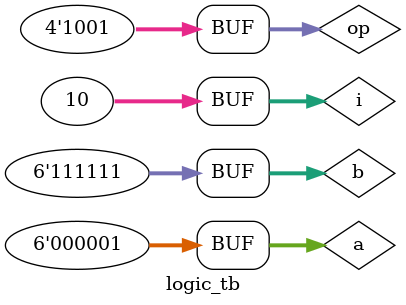
<source format=v>
`timescale 1ns / 1ps

module ALU(a, b, res, op);
    
    input[5:0] a, b;
    input[3:0] op;
    output[5:0]  res;
    reg[6:0] ans;
    assign res = ans;

    always @(*) 
    begin
        case(op)
        4'b0000: ans = a & b;
        4'b0001: ans = a | b;
        4'b0010: ans = a ^ b;
        4'b0011: ans = ~a;
        4'b0100: ans = a>>1;
        4'b0101: ans = a<<1;
        4'b0110: ans = {a[0], a[5:1]};
        4'b0111: ans = {a[4:0], a[5]};
        4'b1000: ans = a>>>1;
        4'b1001: ans = a<<<1;
        endcase
    end

endmodule

module logic_tb;

    reg[5:0] a, b;
    wire[5:0] res;
    reg[3:0] op;
    integer i;

    ALU alu(a, b, res, op);

    initial begin
        #0  a = 6'b000001;
            b = 6'b111111;
            op = 4'b0000;

        for(i = 0; i < 10; i = i + 1)
        begin
            op = i;
            #1;            
        end
    end

    initial begin
        $monitor("%d : a=%b b=%b operation=%b res=%b",$time, a, b, op, res);

    end

endmodule
</source>
